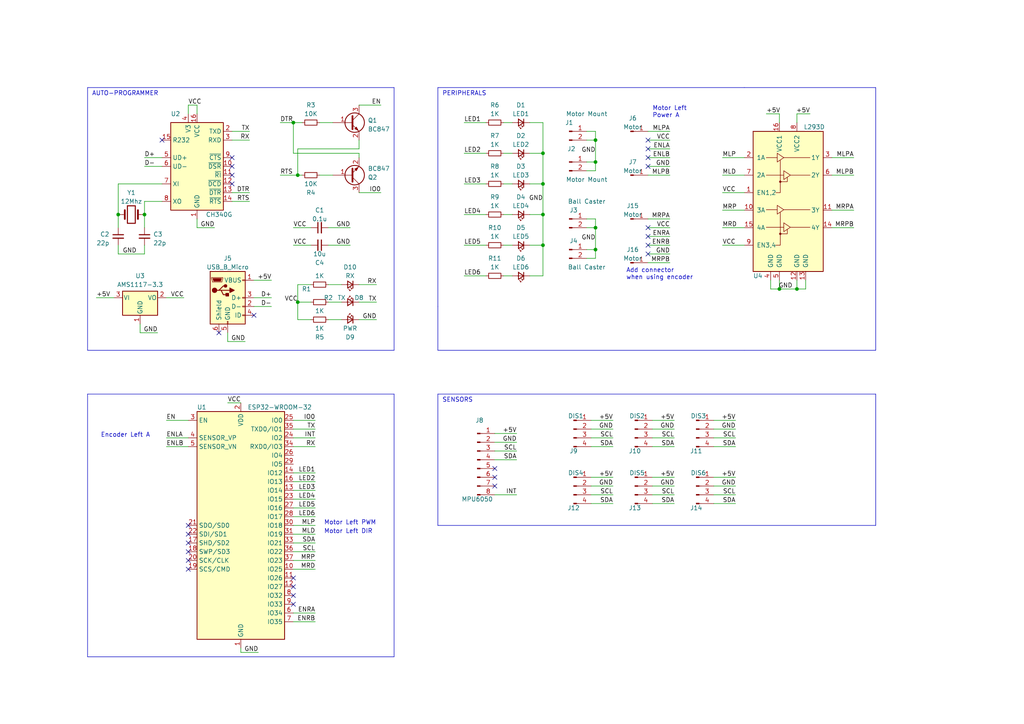
<source format=kicad_sch>
(kicad_sch (version 20230121) (generator eeschema)
  (paper "A4")
  (lib_symbols
    (symbol "Connector:Conn_01x01_Male" (pin_names (offset 1.016) hide)
      (property "Reference" "J" (at 0 2.54 0))
      (property "Value" "Conn_01x01_Male" (at 0 -2.54 0))
      (symbol "Conn_01x01_Male_1_1"
        (polyline (pts (xy 1.27 0) (xy 0.8636 0)) (stroke (width 0.1524)))
        (rectangle (start 0.8636 0.127) (end 0 -0.127) (stroke (width 0.1524)) (fill (type outline)))
        (pin passive line (at 5.08 0 180) (length 3.81) (name "Pin_1") (number "1"))
      )
    )
    (symbol "Connector:Conn_01x02_Male" (pin_names (offset 1.016) hide)
      (property "Reference" "J" (at 0 2.54 0))
      (property "Value" "Conn_01x02_Male" (at 0 -5.08 0))
      (symbol "Conn_01x02_Male_1_1"
        (polyline (pts (xy 1.27 -2.54) (xy 0.8636 -2.54)) (stroke (width 0.1524)))
        (polyline (pts (xy 1.27 0) (xy 0.8636 0)) (stroke (width 0.1524)))
        (rectangle (start 0.8636 -2.413) (end 0 -2.667) (stroke (width 0.1524)) (fill (type outline)))
        (rectangle (start 0.8636 0.127) (end 0 -0.127) (stroke (width 0.1524)) (fill (type outline)))
        (pin passive line (at 5.08 0 180) (length 3.81) (name "Pin_1") (number "1"))
        (pin passive line (at 5.08 -2.54 180) (length 3.81) (name "Pin_2") (number "2"))
      )
    )
    (symbol "Connector:Conn_01x04_Male" (pin_names (offset 1.016) hide)
      (property "Reference" "J" (at 0 5.08 0))
      (property "Value" "Conn_01x04_Male" (at 0 -7.62 0))
      (symbol "Conn_01x04_Male_1_1"
        (polyline (pts (xy 1.27 -5.08) (xy 0.8636 -5.08)) (stroke (width 0.1524)))
        (polyline (pts (xy 1.27 -2.54) (xy 0.8636 -2.54)) (stroke (width 0.1524)))
        (polyline (pts (xy 1.27 0) (xy 0.8636 0)) (stroke (width 0.1524)))
        (polyline (pts (xy 1.27 2.54) (xy 0.8636 2.54)) (stroke (width 0.1524)))
        (rectangle (start 0.8636 -4.953) (end 0 -5.207) (stroke (width 0.1524)) (fill (type outline)))
        (rectangle (start 0.8636 -2.413) (end 0 -2.667) (stroke (width 0.1524)) (fill (type outline)))
        (rectangle (start 0.8636 0.127) (end 0 -0.127) (stroke (width 0.1524)) (fill (type outline)))
        (rectangle (start 0.8636 2.667) (end 0 2.413) (stroke (width 0.1524)) (fill (type outline)))
        (pin passive line (at 5.08 2.54 180) (length 3.81) (name "Pin_1") (number "1"))
        (pin passive line (at 5.08 0 180) (length 3.81) (name "Pin_2") (number "2"))
        (pin passive line (at 5.08 -2.54 180) (length 3.81) (name "Pin_3") (number "3"))
        (pin passive line (at 5.08 -5.08 180) (length 3.81) (name "Pin_4") (number "4"))
      )
    )
    (symbol "Connector:Conn_01x08_Male" (pin_names (offset 1.016) hide)
      (property "Reference" "J" (at 0 10.16 0))
      (property "Value" "Conn_01x08_Male" (at 0 -12.7 0))
      (symbol "Conn_01x08_Male_1_1"
        (polyline (pts (xy 1.27 -10.16) (xy 0.8636 -10.16)) (stroke (width 0.1524)))
        (polyline (pts (xy 1.27 -7.62) (xy 0.8636 -7.62)) (stroke (width 0.1524)))
        (polyline (pts (xy 1.27 -5.08) (xy 0.8636 -5.08)) (stroke (width 0.1524)))
        (polyline (pts (xy 1.27 -2.54) (xy 0.8636 -2.54)) (stroke (width 0.1524)))
        (polyline (pts (xy 1.27 0) (xy 0.8636 0)) (stroke (width 0.1524)))
        (polyline (pts (xy 1.27 2.54) (xy 0.8636 2.54)) (stroke (width 0.1524)))
        (polyline (pts (xy 1.27 5.08) (xy 0.8636 5.08)) (stroke (width 0.1524)))
        (polyline (pts (xy 1.27 7.62) (xy 0.8636 7.62)) (stroke (width 0.1524)))
        (rectangle (start 0.8636 -10.033) (end 0 -10.287) (stroke (width 0.1524)) (fill (type outline)))
        (rectangle (start 0.8636 -7.493) (end 0 -7.747) (stroke (width 0.1524)) (fill (type outline)))
        (rectangle (start 0.8636 -4.953) (end 0 -5.207) (stroke (width 0.1524)) (fill (type outline)))
        (rectangle (start 0.8636 -2.413) (end 0 -2.667) (stroke (width 0.1524)) (fill (type outline)))
        (rectangle (start 0.8636 0.127) (end 0 -0.127) (stroke (width 0.1524)) (fill (type outline)))
        (rectangle (start 0.8636 2.667) (end 0 2.413) (stroke (width 0.1524)) (fill (type outline)))
        (rectangle (start 0.8636 5.207) (end 0 4.953) (stroke (width 0.1524)) (fill (type outline)))
        (rectangle (start 0.8636 7.747) (end 0 7.493) (stroke (width 0.1524)) (fill (type outline)))
        (pin passive line (at 5.08 7.62 180) (length 3.81) (name "Pin_1") (number "1"))
        (pin passive line (at 5.08 5.08 180) (length 3.81) (name "Pin_2") (number "2"))
        (pin passive line (at 5.08 2.54 180) (length 3.81) (name "Pin_3") (number "3"))
        (pin passive line (at 5.08 0 180) (length 3.81) (name "Pin_4") (number "4"))
        (pin passive line (at 5.08 -2.54 180) (length 3.81) (name "Pin_5") (number "5"))
        (pin passive line (at 5.08 -5.08 180) (length 3.81) (name "Pin_6") (number "6"))
        (pin passive line (at 5.08 -7.62 180) (length 3.81) (name "Pin_7") (number "7"))
        (pin passive line (at 5.08 -10.16 180) (length 3.81) (name "Pin_8") (number "8"))
      )
    )
    (symbol "Connector:USB_B_Micro" (pin_names (offset 1.016))
      (property "Reference" "J" (at -5.08 11.43 0))
      (property "Value" "USB_B_Micro" (at -5.08 8.89 0))
      (symbol "USB_B_Micro_0_1"
        (rectangle (start -5.08 -7.62) (end 5.08 7.62) (stroke (width 0.254)) (fill (type background)))
        (circle (center -3.81 2.159) (radius 0.635) (stroke (width 0.254)) (fill (type outline)))
        (circle (center -0.635 3.429) (radius 0.381) (stroke (width 0.254)) (fill (type outline)))
        (rectangle (start -0.127 -7.62) (end 0.127 -6.858))
        (polyline (pts (xy -1.905 2.159) (xy 0.635 2.159)) (stroke (width 0.254)))
        (polyline (pts (xy -3.175 2.159) (xy -2.54 2.159) (xy -1.27 3.429) (xy -0.635 3.429)) (stroke (width 0.254)))
        (polyline (pts (xy -2.54 2.159) (xy -1.905 2.159) (xy -1.27 0.889) (xy 0 0.889)) (stroke (width 0.254)))
        (polyline (pts (xy 0.635 2.794) (xy 0.635 1.524) (xy 1.905 2.159) (xy 0.635 2.794)) (stroke (width 0.254)) (fill (type outline)))
        (polyline (pts (xy -4.318 5.588) (xy -1.778 5.588) (xy -2.032 4.826) (xy -4.064 4.826) (xy -4.318 5.588)) (fill (type outline)))
        (polyline (pts (xy -4.699 5.842) (xy -4.699 5.588) (xy -4.445 4.826) (xy -4.445 4.572) (xy -1.651 4.572) (xy -1.651 4.826) (xy -1.397 5.588) (xy -1.397 5.842) (xy -4.699 5.842)))
        (rectangle (start 0.254 1.27) (end -0.508 0.508) (stroke (width 0.254)) (fill (type outline)))
        (rectangle (start 5.08 -5.207) (end 4.318 -4.953))
        (rectangle (start 5.08 -2.667) (end 4.318 -2.413))
        (rectangle (start 5.08 -0.127) (end 4.318 0.127))
        (rectangle (start 5.08 4.953) (end 4.318 5.207))
      )
      (symbol "USB_B_Micro_1_1"
        (pin power_out line (at 7.62 5.08 180) (length 2.54) (name "VBUS") (number "1"))
        (pin bidirectional line (at 7.62 -2.54 180) (length 2.54) (name "D-") (number "2"))
        (pin bidirectional line (at 7.62 0 180) (length 2.54) (name "D+") (number "3"))
        (pin passive line (at 7.62 -5.08 180) (length 2.54) (name "ID") (number "4"))
        (pin power_out line (at 0 -10.16 90) (length 2.54) (name "GND") (number "5"))
        (pin passive line (at -2.54 -10.16 90) (length 2.54) (name "Shield") (number "6"))
      )
    )
    (symbol "Device:C_Small" (pin_numbers hide) (pin_names (offset 0.254) hide)
      (property "Reference" "C" (at 0.254 1.778 0))
      (property "Value" "C_Small" (at 0.254 -2.032 0))
      (symbol "C_Small_0_1"
        (polyline (pts (xy -1.524 -0.508) (xy 1.524 -0.508)) (stroke (width 0.3302)))
        (polyline (pts (xy -1.524 0.508) (xy 1.524 0.508)) (stroke (width 0.3048)))
      )
      (symbol "C_Small_1_1"
        (pin passive line (at 0 2.54 270) (length 2.032) (name "~") (number "1"))
        (pin passive line (at 0 -2.54 90) (length 2.032) (name "~") (number "2"))
      )
    )
    (symbol "Device:Crystal" (pin_numbers hide) (pin_names (offset 1.016) hide)
      (property "Reference" "Y" (at 0 3.81 0))
      (property "Value" "Crystal" (at 0 -3.81 0))
      (symbol "Crystal_0_1"
        (rectangle (start -1.143 2.54) (end 1.143 -2.54) (stroke (width 0.3048)))
        (polyline (pts (xy -2.54 0) (xy -1.905 0)))
        (polyline (pts (xy -1.905 -1.27) (xy -1.905 1.27)) (stroke (width 0.508)))
        (polyline (pts (xy 1.905 -1.27) (xy 1.905 1.27)) (stroke (width 0.508)))
        (polyline (pts (xy 2.54 0) (xy 1.905 0)))
      )
      (symbol "Crystal_1_1"
        (pin passive line (at -3.81 0 0) (length 1.27) (name "1") (number "1"))
        (pin passive line (at 3.81 0 180) (length 1.27) (name "2") (number "2"))
      )
    )
    (symbol "Device:LED_Small" (pin_numbers hide) (pin_names (offset 0.254) hide)
      (property "Reference" "D" (at -1.27 3.175 0))
      (property "Value" "LED_Small" (at -4.445 -2.54 0))
      (symbol "LED_Small_0_1"
        (polyline (pts (xy -0.762 -1.016) (xy -0.762 1.016)) (stroke (width 0.254)))
        (polyline (pts (xy 1.016 0) (xy -0.762 0)))
        (polyline (pts (xy 0.762 -1.016) (xy -0.762 0) (xy 0.762 1.016) (xy 0.762 -1.016)) (stroke (width 0.254)))
        (polyline (pts (xy 0 0.762) (xy -0.508 1.27) (xy -0.254 1.27) (xy -0.508 1.27) (xy -0.508 1.016)))
        (polyline (pts (xy 0.508 1.27) (xy 0 1.778) (xy 0.254 1.778) (xy 0 1.778) (xy 0 1.524)))
      )
      (symbol "LED_Small_1_1"
        (pin passive line (at -2.54 0 0) (length 1.778) (name "K") (number "1"))
        (pin passive line (at 2.54 0 180) (length 1.778) (name "A") (number "2"))
      )
    )
    (symbol "Device:R_Small" (pin_numbers hide) (pin_names (offset 0.254) hide)
      (property "Reference" "R" (at 0.762 0.508 0))
      (property "Value" "R_Small" (at 0.762 -1.016 0))
      (symbol "R_Small_0_1"
        (rectangle (start -0.762 1.778) (end 0.762 -1.778) (stroke (width 0.2032)))
      )
      (symbol "R_Small_1_1"
        (pin passive line (at 0 2.54 270) (length 0.762) (name "~") (number "1"))
        (pin passive line (at 0 -2.54 90) (length 0.762) (name "~") (number "2"))
      )
    )
    (symbol "Driver_Motor:L293D" (pin_names (offset 1.016))
      (property "Reference" "U" (at -5.08 26.035 0))
      (property "Value" "L293D" (at -5.08 24.13 0))
      (symbol "L293D_0_1"
        (rectangle (start -10.16 22.86) (end 10.16 -17.78) (stroke (width 0.254)) (fill (type background)))
        (circle (center -2.286 -6.858) (radius 0.254) (fill (type outline)))
        (circle (center -2.286 8.255) (radius 0.254) (fill (type outline)))
        (polyline (pts (xy -6.35 -4.953) (xy -1.27 -4.953)))
        (polyline (pts (xy -6.35 0.127) (xy -3.175 0.127)))
        (polyline (pts (xy -6.35 10.16) (xy -1.27 10.16)))
        (polyline (pts (xy -6.35 15.24) (xy -3.175 15.24)))
        (polyline (pts (xy -1.27 0.127) (xy 6.35 0.127)))
        (polyline (pts (xy -1.27 15.24) (xy 6.35 15.24)))
        (polyline (pts (xy 0.635 -4.953) (xy 6.35 -4.953)))
        (polyline (pts (xy 0.635 10.16) (xy 6.35 10.16)))
        (polyline (pts (xy -2.286 -6.858) (xy -0.254 -6.858) (xy -0.254 -5.588)))
        (polyline (pts (xy -2.286 -0.635) (xy -2.286 -10.16) (xy -3.556 -10.16)))
        (polyline (pts (xy -2.286 8.255) (xy -0.254 8.255) (xy -0.254 9.525)))
        (polyline (pts (xy -2.286 14.478) (xy -2.286 5.08) (xy -3.556 5.08)))
        (polyline (pts (xy -3.175 1.397) (xy -3.175 -1.143) (xy -1.27 0.127) (xy -3.175 1.397)))
        (polyline (pts (xy -3.175 16.51) (xy -3.175 13.97) (xy -1.27 15.24) (xy -3.175 16.51)))
        (polyline (pts (xy -1.27 -3.683) (xy -1.27 -6.223) (xy 0.635 -4.953) (xy -1.27 -3.683)))
        (polyline (pts (xy -1.27 11.43) (xy -1.27 8.89) (xy 0.635 10.16) (xy -1.27 11.43)))
      )
      (symbol "L293D_1_1"
        (pin input line (at -12.7 5.08 0) (length 2.54) (name "EN1,2") (number "1"))
        (pin input line (at -12.7 0 0) (length 2.54) (name "3A") (number "10"))
        (pin output line (at 12.7 0 180) (length 2.54) (name "3Y") (number "11"))
        (pin power_in line (at 2.54 -20.32 90) (length 2.54) (name "GND") (number "12"))
        (pin power_in line (at 5.08 -20.32 90) (length 2.54) (name "GND") (number "13"))
        (pin output line (at 12.7 -5.08 180) (length 2.54) (name "4Y") (number "14"))
        (pin input line (at -12.7 -5.08 0) (length 2.54) (name "4A") (number "15"))
        (pin power_in line (at -2.54 25.4 270) (length 2.54) (name "VCC1") (number "16"))
        (pin input line (at -12.7 15.24 0) (length 2.54) (name "1A") (number "2"))
        (pin output line (at 12.7 15.24 180) (length 2.54) (name "1Y") (number "3"))
        (pin power_in line (at -5.08 -20.32 90) (length 2.54) (name "GND") (number "4"))
        (pin power_in line (at -2.54 -20.32 90) (length 2.54) (name "GND") (number "5"))
        (pin output line (at 12.7 10.16 180) (length 2.54) (name "2Y") (number "6"))
        (pin input line (at -12.7 10.16 0) (length 2.54) (name "2A") (number "7"))
        (pin power_in line (at 2.54 25.4 270) (length 2.54) (name "VCC2") (number "8"))
        (pin input line (at -12.7 -10.16 0) (length 2.54) (name "EN3,4") (number "9"))
      )
    )
    (symbol "Interface_USB:CH340G"
      (property "Reference" "U" (at -5.08 13.97 0))
      (property "Value" "CH340G" (at 1.27 13.97 0))
      (symbol "CH340G_0_1"
        (rectangle (start -7.62 12.7) (end 7.62 -12.7) (stroke (width 0.254)) (fill (type background)))
      )
      (symbol "CH340G_1_1"
        (pin power_in line (at 0 -15.24 90) (length 2.54) (name "GND") (number "1"))
        (pin input line (at 10.16 0 180) (length 2.54) (name "~{DSR}") (number "10"))
        (pin input line (at 10.16 -2.54 180) (length 2.54) (name "~{RI}") (number "11"))
        (pin input line (at 10.16 -5.08 180) (length 2.54) (name "~{DCD}") (number "12"))
        (pin output line (at 10.16 -7.62 180) (length 2.54) (name "~{DTR}") (number "13"))
        (pin output line (at 10.16 -10.16 180) (length 2.54) (name "~{RTS}") (number "14"))
        (pin input line (at -10.16 7.62 0) (length 2.54) (name "R232") (number "15"))
        (pin power_in line (at 0 15.24 270) (length 2.54) (name "VCC") (number "16"))
        (pin output line (at 10.16 10.16 180) (length 2.54) (name "TXD") (number "2"))
        (pin input line (at 10.16 7.62 180) (length 2.54) (name "RXD") (number "3"))
        (pin passive line (at -2.54 15.24 270) (length 2.54) (name "V3") (number "4"))
        (pin bidirectional line (at -10.16 2.54 0) (length 2.54) (name "UD+") (number "5"))
        (pin bidirectional line (at -10.16 0 0) (length 2.54) (name "UD-") (number "6"))
        (pin input line (at -10.16 -5.08 0) (length 2.54) (name "XI") (number "7"))
        (pin output line (at -10.16 -10.16 0) (length 2.54) (name "XO") (number "8"))
        (pin input line (at 10.16 2.54 180) (length 2.54) (name "~{CTS}") (number "9"))
      )
    )
    (symbol "RF_Module:ESP32-WROOM-32"
      (property "Reference" "U" (at -12.7 34.29 0))
      (property "Value" "ESP32-WROOM-32" (at 1.27 34.29 0))
      (symbol "ESP32-WROOM-32_0_1"
        (rectangle (start -12.7 33.02) (end 12.7 -33.02) (stroke (width 0.254)) (fill (type background)))
      )
      (symbol "ESP32-WROOM-32_1_1"
        (pin power_in line (at 0 -35.56 90) (length 2.54) (name "GND") (number "1"))
        (pin bidirectional line (at 15.24 -12.7 180) (length 2.54) (name "IO25") (number "10"))
        (pin bidirectional line (at 15.24 -15.24 180) (length 2.54) (name "IO26") (number "11"))
        (pin bidirectional line (at 15.24 -17.78 180) (length 2.54) (name "IO27") (number "12"))
        (pin bidirectional line (at 15.24 10.16 180) (length 2.54) (name "IO14") (number "13"))
        (pin bidirectional line (at 15.24 15.24 180) (length 2.54) (name "IO12") (number "14"))
        (pin passive line (at 0 -35.56 90) (length 2.54) hide (name "GND") (number "15"))
        (pin bidirectional line (at 15.24 12.7 180) (length 2.54) (name "IO13") (number "16"))
        (pin bidirectional line (at -15.24 -5.08 0) (length 2.54) (name "SHD/SD2") (number "17"))
        (pin bidirectional line (at -15.24 -7.62 0) (length 2.54) (name "SWP/SD3") (number "18"))
        (pin bidirectional line (at -15.24 -12.7 0) (length 2.54) (name "SCS/CMD") (number "19"))
        (pin power_in line (at 0 35.56 270) (length 2.54) (name "VDD") (number "2"))
        (pin bidirectional line (at -15.24 -10.16 0) (length 2.54) (name "SCK/CLK") (number "20"))
        (pin bidirectional line (at -15.24 0 0) (length 2.54) (name "SDO/SD0") (number "21"))
        (pin bidirectional line (at -15.24 -2.54 0) (length 2.54) (name "SDI/SD1") (number "22"))
        (pin bidirectional line (at 15.24 7.62 180) (length 2.54) (name "IO15") (number "23"))
        (pin bidirectional line (at 15.24 25.4 180) (length 2.54) (name "IO2") (number "24"))
        (pin bidirectional line (at 15.24 30.48 180) (length 2.54) (name "IO0") (number "25"))
        (pin bidirectional line (at 15.24 20.32 180) (length 2.54) (name "IO4") (number "26"))
        (pin bidirectional line (at 15.24 5.08 180) (length 2.54) (name "IO16") (number "27"))
        (pin bidirectional line (at 15.24 2.54 180) (length 2.54) (name "IO17") (number "28"))
        (pin bidirectional line (at 15.24 17.78 180) (length 2.54) (name "IO5") (number "29"))
        (pin input line (at -15.24 30.48 0) (length 2.54) (name "EN") (number "3"))
        (pin bidirectional line (at 15.24 0 180) (length 2.54) (name "IO18") (number "30"))
        (pin bidirectional line (at 15.24 -2.54 180) (length 2.54) (name "IO19") (number "31"))
        (pin no_connect line (at -12.7 -27.94 0) (length 2.54) hide (name "NC") (number "32"))
        (pin bidirectional line (at 15.24 -5.08 180) (length 2.54) (name "IO21") (number "33"))
        (pin bidirectional line (at 15.24 22.86 180) (length 2.54) (name "RXD0/IO3") (number "34"))
        (pin bidirectional line (at 15.24 27.94 180) (length 2.54) (name "TXD0/IO1") (number "35"))
        (pin bidirectional line (at 15.24 -7.62 180) (length 2.54) (name "IO22") (number "36"))
        (pin bidirectional line (at 15.24 -10.16 180) (length 2.54) (name "IO23") (number "37"))
        (pin passive line (at 0 -35.56 90) (length 2.54) hide (name "GND") (number "38"))
        (pin passive line (at 0 -35.56 90) (length 2.54) hide (name "GND") (number "39"))
        (pin input line (at -15.24 25.4 0) (length 2.54) (name "SENSOR_VP") (number "4"))
        (pin input line (at -15.24 22.86 0) (length 2.54) (name "SENSOR_VN") (number "5"))
        (pin input line (at 15.24 -25.4 180) (length 2.54) (name "IO34") (number "6"))
        (pin input line (at 15.24 -27.94 180) (length 2.54) (name "IO35") (number "7"))
        (pin bidirectional line (at 15.24 -20.32 180) (length 2.54) (name "IO32") (number "8"))
        (pin bidirectional line (at 15.24 -22.86 180) (length 2.54) (name "IO33") (number "9"))
      )
    )
    (symbol "Regulator_Linear:AMS1117-3.3" (pin_names (offset 0.254))
      (property "Reference" "U" (at -3.81 3.175 0))
      (property "Value" "AMS1117-3.3" (at 0 3.175 0))
      (symbol "AMS1117-3.3_0_1"
        (rectangle (start -5.08 -5.08) (end 5.08 1.905) (stroke (width 0.254)) (fill (type background)))
      )
      (symbol "AMS1117-3.3_1_1"
        (pin power_in line (at 0 -7.62 90) (length 2.54) (name "GND") (number "1"))
        (pin power_out line (at 7.62 0 180) (length 2.54) (name "VO") (number "2"))
        (pin power_in line (at -7.62 0 0) (length 2.54) (name "VI") (number "3"))
      )
    )
    (symbol "Transistor_BJT:BC847" (pin_names (offset 0) hide)
      (property "Reference" "Q" (at 5.08 1.905 0))
      (property "Value" "BC847" (at 5.08 0 0))
      (symbol "BC847_0_1"
        (polyline (pts (xy 0.635 0.635) (xy 2.54 2.54)))
        (polyline (pts (xy 0.635 -0.635) (xy 2.54 -2.54) (xy 2.54 -2.54)))
        (polyline (pts (xy 0.635 1.905) (xy 0.635 -1.905) (xy 0.635 -1.905)) (stroke (width 0.508)))
        (polyline (pts (xy 1.27 -1.778) (xy 1.778 -1.27) (xy 2.286 -2.286) (xy 1.27 -1.778) (xy 1.27 -1.778)) (fill (type outline)))
        (circle (center 1.27 0) (radius 2.8194) (stroke (width 0.254)))
      )
      (symbol "BC847_1_1"
        (pin input line (at -5.08 0 0) (length 5.715) (name "B") (number "1"))
        (pin passive line (at 2.54 -5.08 90) (length 2.54) (name "E") (number "2"))
        (pin passive line (at 2.54 5.08 270) (length 2.54) (name "C") (number "3"))
      )
    )
  )
  (junction (at 172.72 46.99))
  (junction (at 226.06 83.82))
  (junction (at 86.36 50.8))
  (junction (at 41.91 62.23))
  (junction (at 172.72 66.04))
  (junction (at 86.36 87.63))
  (junction (at 231.14 83.82))
  (junction (at 172.72 40.64))
  (junction (at 85.09 35.56))
  (junction (at 157.48 71.12))
  (junction (at 157.48 62.23))
  (junction (at 172.72 72.39))
  (junction (at 157.48 53.34))
  (junction (at 157.48 44.45))
  (junction (at 34.29 62.23))
  (no_connect (at 54.61 160.02))
  (no_connect (at 143.51 138.43))
  (no_connect (at 67.31 45.72))
  (no_connect (at 187.96 66.04))
  (no_connect (at 143.51 135.89))
  (no_connect (at 54.61 165.1))
  (no_connect (at 85.09 172.72))
  (no_connect (at 85.09 167.64))
  (no_connect (at 63.5 96.52))
  (no_connect (at 187.96 73.66))
  (no_connect (at 54.61 154.94))
  (no_connect (at 143.51 140.97))
  (no_connect (at 187.96 71.12))
  (no_connect (at 67.31 48.26))
  (no_connect (at 73.66 91.44))
  (no_connect (at 67.31 50.8))
  (no_connect (at 46.99 40.64))
  (no_connect (at 54.61 162.56))
  (no_connect (at 67.31 53.34))
  (no_connect (at 54.61 157.48))
  (no_connect (at 187.96 48.26))
  (no_connect (at 85.09 175.26))
  (no_connect (at 187.96 43.18))
  (no_connect (at 187.96 45.72))
  (no_connect (at 187.96 40.64))
  (no_connect (at 187.96 68.58))
  (no_connect (at 85.09 170.18))
  (no_connect (at 54.61 152.4))
  (wire (pts (xy 170.18 38.1) (xy 172.72 38.1)))
  (wire (pts (xy 207.01 146.05) (xy 213.36 146.05)))
  (wire (pts (xy 209.55 71.12) (xy 215.9 71.12)))
  (wire (pts (xy 48.26 121.92) (xy 54.61 121.92)))
  (wire (pts (xy 209.55 66.04) (xy 215.9 66.04)))
  (wire (pts (xy 66.04 99.06) (xy 66.04 96.52)))
  (wire (pts (xy 241.3 60.96) (xy 247.65 60.96)))
  (wire (pts (xy 41.91 62.23) (xy 41.91 58.42)))
  (wire (pts (xy 67.31 38.1) (xy 72.39 38.1)))
  (polyline (pts (xy 114.3 101.6) (xy 114.3 25.4)))
  (wire (pts (xy 170.18 72.39) (xy 172.72 72.39)))
  (polyline (pts (xy 25.4 114.3) (xy 114.3 114.3)))
  (wire (pts (xy 85.09 162.56) (xy 91.44 162.56)))
  (wire (pts (xy 187.96 45.72) (xy 194.31 45.72)))
  (wire (pts (xy 45.72 96.52) (xy 40.64 96.52)))
  (wire (pts (xy 85.09 129.54) (xy 91.44 129.54)))
  (wire (pts (xy 85.09 147.32) (xy 91.44 147.32)))
  (wire (pts (xy 171.45 129.54) (xy 177.8 129.54)))
  (wire (pts (xy 134.62 71.12) (xy 140.97 71.12)))
  (wire (pts (xy 134.62 44.45) (xy 140.97 44.45)))
  (wire (pts (xy 222.25 33.02) (xy 226.06 33.02)))
  (wire (pts (xy 86.36 50.8) (xy 87.63 50.8)))
  (wire (pts (xy 189.23 129.54) (xy 195.58 129.54)))
  (wire (pts (xy 41.91 48.26) (xy 46.99 48.26)))
  (wire (pts (xy 85.09 180.34) (xy 91.44 180.34)))
  (wire (pts (xy 223.52 81.28) (xy 223.52 83.82)))
  (wire (pts (xy 189.23 140.97) (xy 195.58 140.97)))
  (wire (pts (xy 85.09 157.48) (xy 91.44 157.48)))
  (wire (pts (xy 153.67 71.12) (xy 157.48 71.12)))
  (wire (pts (xy 187.96 43.18) (xy 194.31 43.18)))
  (wire (pts (xy 171.45 143.51) (xy 177.8 143.51)))
  (wire (pts (xy 170.18 63.5) (xy 172.72 63.5)))
  (wire (pts (xy 57.15 30.48) (xy 54.61 30.48)))
  (wire (pts (xy 146.05 62.23) (xy 148.59 62.23)))
  (wire (pts (xy 170.18 66.04) (xy 172.72 66.04)))
  (wire (pts (xy 172.72 63.5) (xy 172.72 66.04)))
  (wire (pts (xy 86.36 87.63) (xy 86.36 92.71)))
  (wire (pts (xy 57.15 66.04) (xy 57.15 63.5)))
  (wire (pts (xy 104.14 92.71) (xy 109.22 92.71)))
  (wire (pts (xy 187.96 50.8) (xy 194.31 50.8)))
  (wire (pts (xy 95.25 71.12) (xy 101.6 71.12)))
  (wire (pts (xy 81.28 50.8) (xy 86.36 50.8)))
  (polyline (pts (xy 215.9 25.4) (xy 254 25.4)))
  (wire (pts (xy 66.04 116.84) (xy 69.85 116.84)))
  (wire (pts (xy 143.51 133.35) (xy 149.86 133.35)))
  (wire (pts (xy 85.09 149.86) (xy 91.44 149.86)))
  (wire (pts (xy 172.72 74.93) (xy 170.18 74.93)))
  (wire (pts (xy 85.09 124.46) (xy 91.44 124.46)))
  (polyline (pts (xy 127 101.6) (xy 215.9 101.6)))
  (wire (pts (xy 226.06 81.28) (xy 226.06 83.82)))
  (wire (pts (xy 85.09 35.56) (xy 87.63 35.56)))
  (wire (pts (xy 172.72 49.53) (xy 170.18 49.53)))
  (polyline (pts (xy 254 88.9) (xy 254 101.6)))
  (wire (pts (xy 226.06 83.82) (xy 231.14 83.82)))
  (wire (pts (xy 34.29 73.66) (xy 41.91 73.66)))
  (wire (pts (xy 62.23 66.04) (xy 57.15 66.04)))
  (wire (pts (xy 146.05 35.56) (xy 148.59 35.56)))
  (wire (pts (xy 172.72 38.1) (xy 172.72 40.64)))
  (wire (pts (xy 187.96 73.66) (xy 194.31 73.66)))
  (wire (pts (xy 143.51 143.51) (xy 149.86 143.51)))
  (wire (pts (xy 104.14 44.45) (xy 104.14 45.72)))
  (wire (pts (xy 85.09 160.02) (xy 91.44 160.02)))
  (wire (pts (xy 157.48 53.34) (xy 157.48 62.23)))
  (polyline (pts (xy 127 25.4) (xy 215.9 25.4)))
  (wire (pts (xy 172.72 72.39) (xy 172.72 74.93)))
  (wire (pts (xy 85.09 121.92) (xy 91.44 121.92)))
  (wire (pts (xy 134.62 53.34) (xy 140.97 53.34)))
  (wire (pts (xy 207.01 140.97) (xy 213.36 140.97)))
  (wire (pts (xy 34.29 62.23) (xy 34.29 66.04)))
  (wire (pts (xy 74.93 189.23) (xy 69.85 189.23)))
  (wire (pts (xy 143.51 128.27) (xy 149.86 128.27)))
  (wire (pts (xy 57.15 33.02) (xy 57.15 30.48)))
  (wire (pts (xy 231.14 81.28) (xy 231.14 83.82)))
  (wire (pts (xy 209.55 55.88) (xy 215.9 55.88)))
  (wire (pts (xy 134.62 80.01) (xy 140.97 80.01)))
  (wire (pts (xy 153.67 44.45) (xy 157.48 44.45)))
  (wire (pts (xy 85.09 35.56) (xy 85.09 44.45)))
  (polyline (pts (xy 25.4 114.3) (xy 25.4 190.5)))
  (wire (pts (xy 241.3 66.04) (xy 247.65 66.04)))
  (wire (pts (xy 85.09 44.45) (xy 104.14 44.45)))
  (wire (pts (xy 86.36 82.55) (xy 86.36 87.63)))
  (polyline (pts (xy 127 25.4) (xy 127 88.9)))
  (wire (pts (xy 85.09 127) (xy 91.44 127)))
  (wire (pts (xy 171.45 140.97) (xy 177.8 140.97)))
  (wire (pts (xy 104.14 87.63) (xy 109.22 87.63)))
  (wire (pts (xy 143.51 125.73) (xy 149.86 125.73)))
  (wire (pts (xy 41.91 45.72) (xy 46.99 45.72)))
  (polyline (pts (xy 114.3 190.5) (xy 114.3 114.3)))
  (wire (pts (xy 209.55 60.96) (xy 215.9 60.96)))
  (wire (pts (xy 69.85 189.23) (xy 69.85 187.96)))
  (wire (pts (xy 48.26 127) (xy 54.61 127)))
  (wire (pts (xy 95.25 92.71) (xy 99.06 92.71)))
  (wire (pts (xy 41.91 58.42) (xy 46.99 58.42)))
  (wire (pts (xy 207.01 127) (xy 213.36 127)))
  (wire (pts (xy 187.96 40.64) (xy 194.31 40.64)))
  (wire (pts (xy 104.14 82.55) (xy 109.22 82.55)))
  (wire (pts (xy 172.72 40.64) (xy 172.72 46.99)))
  (wire (pts (xy 157.48 35.56) (xy 157.48 44.45)))
  (wire (pts (xy 241.3 50.8) (xy 247.65 50.8)))
  (polyline (pts (xy 127 152.4) (xy 254 152.4)))
  (wire (pts (xy 226.06 33.02) (xy 226.06 35.56)))
  (wire (pts (xy 189.23 138.43) (xy 195.58 138.43)))
  (wire (pts (xy 90.17 82.55) (xy 86.36 82.55)))
  (wire (pts (xy 223.52 83.82) (xy 226.06 83.82)))
  (wire (pts (xy 40.64 96.52) (xy 40.64 93.98)))
  (wire (pts (xy 187.96 38.1) (xy 194.31 38.1)))
  (wire (pts (xy 134.62 62.23) (xy 140.97 62.23)))
  (wire (pts (xy 153.67 53.34) (xy 157.48 53.34)))
  (polyline (pts (xy 127 88.9) (xy 127 101.6)))
  (wire (pts (xy 187.96 71.12) (xy 194.31 71.12)))
  (wire (pts (xy 209.55 50.8) (xy 215.9 50.8)))
  (wire (pts (xy 67.31 55.88) (xy 72.39 55.88)))
  (wire (pts (xy 189.23 146.05) (xy 195.58 146.05)))
  (wire (pts (xy 209.55 45.72) (xy 215.9 45.72)))
  (wire (pts (xy 207.01 124.46) (xy 213.36 124.46)))
  (wire (pts (xy 67.31 58.42) (xy 72.39 58.42)))
  (polyline (pts (xy 25.4 25.4) (xy 114.3 25.4)))
  (wire (pts (xy 153.67 35.56) (xy 157.48 35.56)))
  (wire (pts (xy 81.28 35.56) (xy 85.09 35.56)))
  (wire (pts (xy 104.14 30.48) (xy 110.49 30.48)))
  (polyline (pts (xy 254 101.6) (xy 215.9 101.6)))
  (wire (pts (xy 27.94 86.36) (xy 33.02 86.36)))
  (polyline (pts (xy 25.4 25.4) (xy 25.4 101.6)))
  (wire (pts (xy 85.09 66.04) (xy 90.17 66.04)))
  (wire (pts (xy 95.25 66.04) (xy 101.6 66.04)))
  (wire (pts (xy 207.01 143.51) (xy 213.36 143.51)))
  (wire (pts (xy 143.51 130.81) (xy 149.86 130.81)))
  (wire (pts (xy 187.96 66.04) (xy 194.31 66.04)))
  (wire (pts (xy 34.29 53.34) (xy 34.29 62.23)))
  (wire (pts (xy 231.14 33.02) (xy 231.14 35.56)))
  (wire (pts (xy 85.09 137.16) (xy 91.44 137.16)))
  (wire (pts (xy 95.25 82.55) (xy 99.06 82.55)))
  (wire (pts (xy 46.99 53.34) (xy 34.29 53.34)))
  (wire (pts (xy 153.67 62.23) (xy 157.48 62.23)))
  (wire (pts (xy 189.23 143.51) (xy 195.58 143.51)))
  (wire (pts (xy 146.05 44.45) (xy 148.59 44.45)))
  (wire (pts (xy 41.91 73.66) (xy 41.91 71.12)))
  (polyline (pts (xy 127 114.3) (xy 127 152.4)))
  (wire (pts (xy 85.09 71.12) (xy 90.17 71.12)))
  (wire (pts (xy 85.09 154.94) (xy 91.44 154.94)))
  (wire (pts (xy 231.14 83.82) (xy 233.68 83.82)))
  (wire (pts (xy 234.95 33.02) (xy 231.14 33.02)))
  (wire (pts (xy 146.05 53.34) (xy 148.59 53.34)))
  (wire (pts (xy 85.09 152.4) (xy 91.44 152.4)))
  (wire (pts (xy 90.17 92.71) (xy 86.36 92.71)))
  (wire (pts (xy 170.18 46.99) (xy 172.72 46.99)))
  (wire (pts (xy 92.71 35.56) (xy 96.52 35.56)))
  (wire (pts (xy 241.3 45.72) (xy 247.65 45.72)))
  (wire (pts (xy 104.14 40.64) (xy 104.14 43.18)))
  (wire (pts (xy 95.25 87.63) (xy 99.06 87.63)))
  (wire (pts (xy 171.45 124.46) (xy 177.8 124.46)))
  (wire (pts (xy 48.26 129.54) (xy 54.61 129.54)))
  (wire (pts (xy 41.91 62.23) (xy 41.91 66.04)))
  (wire (pts (xy 73.66 86.36) (xy 78.74 86.36)))
  (wire (pts (xy 104.14 43.18) (xy 86.36 43.18)))
  (wire (pts (xy 34.29 71.12) (xy 34.29 73.66)))
  (wire (pts (xy 85.09 177.8) (xy 91.44 177.8)))
  (wire (pts (xy 189.23 121.92) (xy 195.58 121.92)))
  (wire (pts (xy 146.05 71.12) (xy 148.59 71.12)))
  (wire (pts (xy 85.09 139.7) (xy 91.44 139.7)))
  (wire (pts (xy 71.12 99.06) (xy 66.04 99.06)))
  (wire (pts (xy 187.96 63.5) (xy 194.31 63.5)))
  (wire (pts (xy 171.45 138.43) (xy 177.8 138.43)))
  (wire (pts (xy 86.36 43.18) (xy 86.36 50.8)))
  (wire (pts (xy 85.09 165.1) (xy 91.44 165.1)))
  (wire (pts (xy 207.01 129.54) (xy 213.36 129.54)))
  (wire (pts (xy 189.23 124.46) (xy 195.58 124.46)))
  (wire (pts (xy 48.26 86.36) (xy 53.34 86.36)))
  (wire (pts (xy 157.48 62.23) (xy 157.48 71.12)))
  (wire (pts (xy 85.09 144.78) (xy 91.44 144.78)))
  (wire (pts (xy 187.96 68.58) (xy 194.31 68.58)))
  (wire (pts (xy 157.48 80.01) (xy 153.67 80.01)))
  (wire (pts (xy 146.05 80.01) (xy 148.59 80.01)))
  (polyline (pts (xy 25.4 190.5) (xy 114.3 190.5)))
  (wire (pts (xy 85.09 142.24) (xy 91.44 142.24)))
  (wire (pts (xy 187.96 76.2) (xy 194.31 76.2)))
  (wire (pts (xy 171.45 146.05) (xy 177.8 146.05)))
  (wire (pts (xy 172.72 66.04) (xy 172.72 72.39)))
  (wire (pts (xy 73.66 88.9) (xy 78.74 88.9)))
  (wire (pts (xy 104.14 55.88) (xy 110.49 55.88)))
  (wire (pts (xy 86.36 87.63) (xy 90.17 87.63)))
  (wire (pts (xy 157.48 44.45) (xy 157.48 53.34)))
  (wire (pts (xy 187.96 48.26) (xy 194.31 48.26)))
  (polyline (pts (xy 127 114.3) (xy 254 114.3)))
  (polyline (pts (xy 254 152.4) (xy 254 114.3)))
  (polyline (pts (xy 25.4 101.6) (xy 114.3 101.6)))
  (wire (pts (xy 170.18 40.64) (xy 172.72 40.64)))
  (wire (pts (xy 73.66 81.28) (xy 78.74 81.28)))
  (wire (pts (xy 207.01 121.92) (xy 213.36 121.92)))
  (wire (pts (xy 134.62 35.56) (xy 140.97 35.56)))
  (wire (pts (xy 171.45 121.92) (xy 177.8 121.92)))
  (wire (pts (xy 54.61 30.48) (xy 54.61 33.02)))
  (polyline (pts (xy 254 25.4) (xy 254 88.9)))
  (wire (pts (xy 172.72 46.99) (xy 172.72 49.53)))
  (wire (pts (xy 233.68 83.82) (xy 233.68 81.28)))
  (wire (pts (xy 189.23 127) (xy 195.58 127)))
  (wire (pts (xy 171.45 127) (xy 177.8 127)))
  (wire (pts (xy 207.01 138.43) (xy 213.36 138.43)))
  (wire (pts (xy 92.71 50.8) (xy 96.52 50.8)))
  (wire (pts (xy 67.31 40.64) (xy 72.39 40.64)))
  (wire (pts (xy 157.48 71.12) (xy 157.48 80.01)))
  (text "PERIPHERALS" (at 128.27 27.94 0) (effects (font (size 1.27 1.27)) (justify left bottom)))
  (text "Add connector \nwhen using encoder" (at 181.61 81.28 0) (effects (font (size 1.27 1.27)) (justify left bottom)))
  (text "Motor Left\nPower A" (at 189.23 34.29 0) (effects (font (size 1.27 1.27)) (justify left bottom)))
  (text "Encoder Left A" (at 29.21 127 0) (effects (font (size 1.27 1.27)) (justify left bottom)))
  (text "Motor Left PWM" (at 93.98 152.4 0) (effects (font (size 1.27 1.27)) (justify left bottom)))
  (text "SENSORS" (at 128.27 116.84 0) (effects (font (size 1.27 1.27)) (justify left bottom)))
  (text "Motor Left DIR" (at 93.98 154.94 0) (effects (font (size 1.27 1.27)) (justify left bottom)))
  (text "AUTO-PROGRAMMER" (at 26.67 27.94 0) (effects (font (size 1.27 1.27)) (justify left bottom)))
  (label "GND" (at 195.58 124.46 180))
  (label "GND" (at 177.8 140.97 180))
  (label "MLP" (at 91.44 152.4 180))
  (label "ENRA" (at 194.31 68.58 180))
  (label "GND" (at 109.22 92.71 180))
  (label "GND" (at 157.48 58.42 180))
  (label "GND" (at 149.86 128.27 180))
  (label "+5V" (at 27.94 86.36 0))
  (label "LED3" (at 91.44 142.24 180))
  (label "GND" (at 213.36 140.97 180))
  (label "D-" (at 41.91 48.26 0))
  (label "VCC" (at 86.36 87.63 180))
  (label "RTS" (at 72.39 58.42 180))
  (label "GND" (at 71.12 99.06 180))
  (label "GND" (at 195.58 140.97 180))
  (label "+5V" (at 213.36 121.92 180))
  (label "TX" (at 91.44 124.46 180))
  (label "GND" (at 172.72 44.45 180))
  (label "RX" (at 109.22 82.55 180))
  (label "ENRB" (at 194.31 71.12 180))
  (label "EN" (at 48.26 121.92 0))
  (label "GND" (at 35.56 73.66 0))
  (label "GND" (at 194.31 73.66 180))
  (label "MLPA" (at 247.65 45.72 180))
  (label "MLPB" (at 194.31 50.8 180))
  (label "SCL" (at 177.8 127 180))
  (label "TX" (at 109.22 87.63 180))
  (label "LED3" (at 134.62 53.34 0))
  (label "MRP" (at 91.44 162.56 180))
  (label "VCC" (at 54.61 30.48 0))
  (label "DTR" (at 72.39 55.88 180))
  (label "IO0" (at 91.44 121.92 180))
  (label "LED6" (at 91.44 149.86 180))
  (label "TX" (at 72.39 38.1 180))
  (label "LED6" (at 134.62 80.01 0))
  (label "VCC" (at 85.09 66.04 0))
  (label "VCC" (at 66.04 116.84 0))
  (label "GND" (at 101.6 71.12 180))
  (label "VCC" (at 194.31 66.04 180))
  (label "MRPA" (at 247.65 60.96 180))
  (label "SDA" (at 91.44 157.48 180))
  (label "+5V" (at 195.58 138.43 180))
  (label "+5V" (at 149.86 125.73 180))
  (label "VCC" (at 209.55 55.88 0))
  (label "DTR" (at 81.28 35.56 0))
  (label "GND" (at 213.36 124.46 180))
  (label "SDA" (at 213.36 129.54 180))
  (label "IO0" (at 110.49 55.88 180))
  (label "RX" (at 91.44 129.54 180))
  (label "RX" (at 72.39 40.64 180))
  (label "MRPB" (at 194.31 76.2 180))
  (label "MRPA" (at 194.31 63.5 180))
  (label "+5V" (at 195.58 121.92 180))
  (label "+5V" (at 213.36 138.43 180))
  (label "MRD" (at 91.44 165.1 180))
  (label "MLPA" (at 194.31 38.1 180))
  (label "SCL" (at 213.36 127 180))
  (label "+5V" (at 222.25 33.02 0))
  (label "MRP" (at 209.55 60.96 0))
  (label "LED1" (at 134.62 35.56 0))
  (label "ENLB" (at 194.31 45.72 180))
  (label "SDA" (at 177.8 129.54 180))
  (label "+5V" (at 234.95 33.02 180))
  (label "+5V" (at 78.74 81.28 180))
  (label "INT" (at 149.86 143.51 180))
  (label "EN" (at 110.49 30.48 180))
  (label "ENLB" (at 48.26 129.54 0))
  (label "VCC" (at 53.34 86.36 180))
  (label "GND" (at 74.93 189.23 180))
  (label "SCL" (at 195.58 127 180))
  (label "ENRA" (at 91.44 177.8 180))
  (label "RTS" (at 81.28 50.8 0))
  (label "LED2" (at 134.62 44.45 0))
  (label "INT" (at 91.44 127 180))
  (label "LED2" (at 91.44 139.7 180))
  (label "SDA" (at 213.36 146.05 180))
  (label "ENRB" (at 91.44 180.34 180))
  (label "MLD" (at 91.44 154.94 180))
  (label "MRPB" (at 247.65 66.04 180))
  (label "MRD" (at 209.55 66.04 0))
  (label "ENLA" (at 48.26 127 0))
  (label "GND" (at 62.23 66.04 180))
  (label "VCC" (at 85.09 71.12 0))
  (label "LED4" (at 91.44 144.78 180))
  (label "ENLA" (at 194.31 43.18 180))
  (label "SCL" (at 213.36 143.51 180))
  (label "MLP" (at 209.55 45.72 0))
  (label "SDA" (at 177.8 146.05 180))
  (label "SCL" (at 177.8 143.51 180))
  (label "SDA" (at 195.58 146.05 180))
  (label "+5V" (at 177.8 138.43 180))
  (label "GND" (at 177.8 124.46 180))
  (label "GND" (at 45.72 96.52 180))
  (label "D-" (at 78.74 88.9 180))
  (label "SDA" (at 195.58 129.54 180))
  (label "LED5" (at 91.44 147.32 180))
  (label "GND" (at 229.87 83.82 180))
  (label "VCC" (at 194.31 40.64 180))
  (label "LED1" (at 91.44 137.16 180))
  (label "MLD" (at 209.55 50.8 0))
  (label "SDA" (at 149.86 133.35 180))
  (label "LED4" (at 134.62 62.23 0))
  (label "GND" (at 194.31 48.26 180))
  (label "D+" (at 78.74 86.36 180))
  (label "GND" (at 172.72 69.85 180))
  (label "+5V" (at 177.8 121.92 180))
  (label "SCL" (at 195.58 143.51 180))
  (label "LED5" (at 134.62 71.12 0))
  (label "SCL" (at 149.86 130.81 180))
  (label "VCC" (at 209.55 71.12 0))
  (label "MLPB" (at 247.65 50.8 180))
  (label "SCL" (at 91.44 160.02 180))
  (label "D+" (at 41.91 45.72 0))
  (label "GND" (at 101.6 66.04 180))
  (symbol (lib_id "Device:C_Small") (at 41.91 68.58 0) (unit 1)
    (property "Reference" "C3" (at 44.45 67.9513 0) (effects (justify left)))
    (property "Value" "22p" (at 44.45 70.4913 0) (effects (justify left)))
    (property "Footprint" "Capacitor_SMD:C_0805_2012Metric_Pad1.18x1.45mm_HandSolder" (effects hide))
  )
  (symbol (lib_id "Connector:Conn_01x02_Male") (at 165.1 46.99 0) (unit 1)
    (property "Reference" "J2" (at 165.735 43.18 0))
    (property "Value" "Motor Mount" (at 170.18 52.07 0))
    (property "Footprint" "Mini-AMR_Library:N20 Motor Sys" (effects hide))
  )
  (symbol (lib_id "Device:C_Small") (at 34.29 68.58 0) (mirror y) (unit 1)
    (property "Reference" "C2" (at 31.75 67.9513 0) (effects (justify left)))
    (property "Value" "22p" (at 31.75 70.4913 0) (effects (justify left)))
    (property "Footprint" "Capacitor_SMD:C_0805_2012Metric_Pad1.18x1.45mm_HandSolder" (effects hide))
  )
  (symbol (lib_id "Device:R_Small") (at 143.51 62.23 90) (unit 1)
    (property "Reference" "R9" (at 143.51 57.15 90))
    (property "Value" "1K" (at 143.51 59.69 90))
    (property "Footprint" "Resistor_SMD:R_0603_1608Metric_Pad0.98x0.95mm_HandSolder" (effects hide))
  )
  (symbol (lib_id "Connector:Conn_01x04_Male") (at 201.93 140.97 0) (unit 1)
    (property "Reference" "J14" (at 201.93 147.32 0))
    (property "Value" "DIS6" (at 202.565 137.16 0))
    (property "Footprint" "Mini-AMR_Library:VL53L0X" (effects hide))
  )
  (symbol (lib_id "Device:R_Small") (at 92.71 82.55 90) (unit 1)
    (property "Reference" "R1" (at 88.9 83.82 90))
    (property "Value" "1K" (at 92.71 80.01 90))
    (property "Footprint" "Resistor_SMD:R_0603_1608Metric_Pad0.98x0.95mm_HandSolder" (effects hide))
  )
  (symbol (lib_id "Device:C_Small") (at 92.71 66.04 90) (unit 1)
    (property "Reference" "C1" (at 92.7163 60.96 90))
    (property "Value" "0.1u" (at 92.7163 63.5 90))
    (property "Footprint" "Capacitor_SMD:C_1206_3216Metric_Pad1.33x1.80mm_HandSolder" (effects hide))
  )
  (symbol (lib_id "Connector:Conn_01x04_Male") (at 184.15 124.46 0) (unit 1)
    (property "Reference" "J10" (at 184.15 130.81 0))
    (property "Value" "DIS2" (at 184.785 120.65 0))
    (property "Footprint" "Mini-AMR_Library:VL53L0X" (effects hide))
  )
  (symbol (lib_id "Connector:USB_B_Micro") (at 66.04 86.36 0) (unit 1)
    (property "Reference" "J5" (at 66.04 74.93 0))
    (property "Value" "USB_B_Micro" (at 66.04 77.47 0))
    (property "Footprint" "Mini-AMR_Library:USB-micro breakout board" (effects hide))
  )
  (symbol (lib_id "Connector:Conn_01x02_Male") (at 165.1 38.1 0) (unit 1)
    (property "Reference" "J1" (at 165.1 35.56 0))
    (property "Value" "Motor Mount" (at 170.18 33.02 0))
    (property "Footprint" "Mini-AMR_Library:N20 Motor Sys" (effects hide))
  )
  (symbol (lib_id "Device:LED_Small") (at 151.13 62.23 180) (unit 1)
    (property "Reference" "D4" (at 151.0665 57.15 0))
    (property "Value" "LED4" (at 151.0665 59.69 0))
    (property "Footprint" "LED_SMD:LED_0805_2012Metric_Pad1.15x1.40mm_HandSolder" (effects hide))
  )
  (symbol (lib_id "Device:LED_Small") (at 101.6 92.71 0) (mirror y) (unit 1)
    (property "Reference" "D9" (at 101.5365 97.79 0))
    (property "Value" "PWR" (at 101.5365 95.25 0))
    (property "Footprint" "LED_SMD:LED_0805_2012Metric_Pad1.15x1.40mm_HandSolder" (effects hide))
  )
  (symbol (lib_id "Connector:Conn_01x08_Male") (at 138.43 133.35 0) (unit 1)
    (property "Reference" "J8" (at 139.065 121.92 0))
    (property "Value" "MPU6050" (at 138.43 144.78 0))
    (property "Footprint" "Mini-AMR_Library:MPU6050" (effects hide))
  )
  (symbol (lib_id "Device:Crystal") (at 38.1 62.23 0) (unit 1)
    (property "Reference" "Y1" (at 38.1 55.88 0))
    (property "Value" "12Mhz" (at 38.1 58.42 0))
    (property "Footprint" "Crystal:Crystal_SMD_HC49-SD" (effects hide))
  )
  (symbol (lib_id "Connector:Conn_01x01_Male") (at 182.88 63.5 0) (unit 1)
    (property "Reference" "J15" (at 183.515 59.69 0))
    (property "Value" "Motor" (at 183.515 62.23 0))
    (property "Footprint" "Connector_PinHeader_2.54mm:PinHeader_1x01_P2.54mm_Vertical" (effects hide))
  )
  (symbol (lib_id "Device:LED_Small") (at 151.13 44.45 180) (unit 1)
    (property "Reference" "D2" (at 151.0665 39.37 0))
    (property "Value" "LED2" (at 151.0665 41.91 0))
    (property "Footprint" "LED_SMD:LED_0805_2012Metric_Pad1.15x1.40mm_HandSolder" (effects hide))
  )
  (symbol (lib_id "Device:LED_Small") (at 151.13 71.12 180) (unit 1)
    (property "Reference" "D5" (at 151.0665 66.04 0))
    (property "Value" "LED5" (at 151.0665 68.58 0))
    (property "Footprint" "LED_SMD:LED_0805_2012Metric_Pad1.15x1.40mm_HandSolder" (effects hide))
  )
  (symbol (lib_id "Connector:Conn_01x01_Male") (at 182.88 38.1 0) (unit 1)
    (property "Reference" "J6" (at 183.515 34.29 0))
    (property "Value" "Motor" (at 183.515 36.83 0))
    (property "Footprint" "Connector_PinHeader_2.54mm:PinHeader_1x01_P2.54mm_Vertical" (effects hide))
  )
  (symbol (lib_id "Connector:Conn_01x02_Male") (at 165.1 72.39 0) (unit 1)
    (property "Reference" "J4" (at 166.37 69.85 0))
    (property "Value" "Ball Caster" (at 170.18 77.47 0))
    (property "Footprint" "Mini-AMR_Library:N20 Ball caster" (effects hide))
  )
  (symbol (lib_id "Device:LED_Small") (at 151.13 35.56 180) (unit 1)
    (property "Reference" "D1" (at 151.0665 30.48 0))
    (property "Value" "LED1" (at 151.0665 33.02 0))
    (property "Footprint" "LED_SMD:LED_0805_2012Metric_Pad1.15x1.40mm_HandSolder" (effects hide))
  )
  (symbol (lib_id "Device:R_Small") (at 90.17 35.56 90) (unit 1)
    (property "Reference" "R3" (at 90.17 30.48 90))
    (property "Value" "10K" (at 90.17 33.02 90))
    (property "Footprint" "Resistor_SMD:R_0805_2012Metric_Pad1.20x1.40mm_HandSolder" (effects hide))
  )
  (symbol (lib_id "Driver_Motor:L293D") (at 228.6 60.96 0) (unit 1)
    (property "Reference" "U4" (at 218.44 80.01 0) (effects (justify left)))
    (property "Value" "L293D" (at 233.0959 36.83 0) (effects (justify left)))
    (property "Footprint" "Package_DIP:SMDIP-16_W11.48mm" (effects hide))
    (property "Datasheet" "http://www.ti.com/lit/ds/symlink/l293.pdf" (effects hide))
  )
  (symbol (lib_id "Transistor_BJT:BC847") (at 101.6 50.8 0) (mirror x) (unit 1)
    (property "Reference" "Q2" (at 106.68 51.435 0) (effects (justify left)))
    (property "Value" "BC847" (at 106.68 48.895 0) (effects (justify left)))
    (property "Footprint" "Package_TO_SOT_SMD:SOT-23" (effects hide))
    (property "Datasheet" "http://www.infineon.com/dgdl/Infineon-BC847SERIES_BC848SERIES_BC849SERIES_BC850SERIES-DS-v01_01-en.pdf?fileId=db3a304314dca389011541d4630a1657" (effects hide))
  )
  (symbol (lib_id "Regulator_Linear:AMS1117-3.3") (at 40.64 86.36 0) (unit 1)
    (property "Reference" "U3" (at 40.64 80.01 0))
    (property "Value" "AMS1117-3.3" (at 40.64 82.55 0))
    (property "Footprint" "Package_TO_SOT_SMD:SOT-223-3_TabPin2" (effects hide))
    (property "Datasheet" "http://www.advanced-monolithic.com/pdf/ds1117.pdf" (effects hide))
  )
  (symbol (lib_id "Device:LED_Small") (at 101.6 82.55 180) (unit 1)
    (property "Reference" "D10" (at 101.5365 77.47 0))
    (property "Value" "RX" (at 101.5365 80.01 0))
    (property "Footprint" "LED_SMD:LED_0805_2012Metric_Pad1.15x1.40mm_HandSolder" (effects hide))
  )
  (symbol (lib_id "Interface_USB:CH340G") (at 57.15 48.26 0) (unit 1)
    (property "Reference" "U2" (at 49.53 33.02 0) (effects (justify left)))
    (property "Value" "CH340G" (at 59.69 62.23 0) (effects (justify left)))
    (property "Footprint" "Package_SO:SOIC-16_3.9x9.9mm_P1.27mm" (effects hide))
    (property "Datasheet" "http://www.datasheet5.com/pdf-local-2195953" (effects hide))
  )
  (symbol (lib_id "Device:R_Small") (at 90.17 50.8 90) (mirror x) (unit 1)
    (property "Reference" "R4" (at 90.17 55.88 90))
    (property "Value" "10K" (at 90.17 53.34 90))
    (property "Footprint" "Resistor_SMD:R_0805_2012Metric_Pad1.20x1.40mm_HandSolder" (effects hide))
  )
  (symbol (lib_id "Connector:Conn_01x01_Male") (at 182.88 76.2 0) (unit 1)
    (property "Reference" "J16" (at 183.515 72.39 0))
    (property "Value" "Motor" (at 183.515 74.93 0))
    (property "Footprint" "Connector_PinHeader_2.54mm:PinHeader_1x01_P2.54mm_Vertical" (effects hide))
  )
  (symbol (lib_id "Device:LED_Small") (at 151.13 53.34 180) (unit 1)
    (property "Reference" "D3" (at 151.0665 48.26 0))
    (property "Value" "LED3" (at 151.0665 50.8 0))
    (property "Footprint" "LED_SMD:LED_0805_2012Metric_Pad1.15x1.40mm_HandSolder" (effects hide))
  )
  (symbol (lib_id "Connector:Conn_01x04_Male") (at 184.15 140.97 0) (unit 1)
    (property "Reference" "J13" (at 184.15 147.32 0))
    (property "Value" "DIS5" (at 184.785 137.16 0))
    (property "Footprint" "Mini-AMR_Library:VL53L0X" (effects hide))
  )
  (symbol (lib_id "Device:C_Small") (at 92.71 71.12 270) (mirror x) (unit 1)
    (property "Reference" "C4" (at 92.7036 76.2 90))
    (property "Value" "10u" (at 92.7036 73.66 90))
    (property "Footprint" "Capacitor_SMD:C_0805_2012Metric_Pad1.18x1.45mm_HandSolder" (effects hide))
  )
  (symbol (lib_id "Device:LED_Small") (at 151.13 80.01 180) (unit 1)
    (property "Reference" "D6" (at 151.0665 74.93 0))
    (property "Value" "LED6" (at 151.0665 77.47 0))
    (property "Footprint" "LED_SMD:LED_0805_2012Metric_Pad1.15x1.40mm_HandSolder" (effects hide))
  )
  (symbol (lib_id "Device:R_Small") (at 143.51 71.12 90) (unit 1)
    (property "Reference" "R10" (at 143.51 66.04 90))
    (property "Value" "1K" (at 143.51 68.58 90))
    (property "Footprint" "Resistor_SMD:R_0603_1608Metric_Pad0.98x0.95mm_HandSolder" (effects hide))
  )
  (symbol (lib_id "Device:R_Small") (at 143.51 53.34 90) (unit 1)
    (property "Reference" "R8" (at 143.51 48.26 90))
    (property "Value" "1K" (at 143.51 50.8 90))
    (property "Footprint" "Resistor_SMD:R_0603_1608Metric_Pad0.98x0.95mm_HandSolder" (effects hide))
  )
  (symbol (lib_id "Device:R_Small") (at 143.51 80.01 90) (unit 1)
    (property "Reference" "R11" (at 143.51 74.93 90))
    (property "Value" "1K" (at 143.51 77.47 90))
    (property "Footprint" "Resistor_SMD:R_0603_1608Metric_Pad0.98x0.95mm_HandSolder" (effects hide))
  )
  (symbol (lib_id "Device:LED_Small") (at 101.6 87.63 0) (mirror y) (unit 1)
    (property "Reference" "D8" (at 104.14 86.36 0))
    (property "Value" "TX" (at 99.06 86.36 0))
    (property "Footprint" "LED_SMD:LED_0805_2012Metric_Pad1.15x1.40mm_HandSolder" (effects hide))
  )
  (symbol (lib_id "Connector:Conn_01x01_Male") (at 182.88 50.8 0) (unit 1)
    (property "Reference" "J7" (at 183.515 46.99 0))
    (property "Value" "Motor" (at 183.515 49.53 0))
    (property "Footprint" "Connector_PinHeader_2.54mm:PinHeader_1x01_P2.54mm_Vertical" (effects hide))
  )
  (symbol (lib_id "Connector:Conn_01x04_Male") (at 166.37 124.46 0) (unit 1)
    (property "Reference" "J9" (at 166.37 130.81 0))
    (property "Value" "DIS1" (at 167.005 120.65 0))
    (property "Footprint" "Mini-AMR_Library:VL53L0X" (effects hide))
  )
  (symbol (lib_id "Connector:Conn_01x02_Male") (at 165.1 63.5 0) (unit 1)
    (property "Reference" "J3" (at 166.37 60.96 0))
    (property "Value" "Ball Caster" (at 170.18 58.42 0))
    (property "Footprint" "Mini-AMR_Library:N20 Ball caster" (effects hide))
  )
  (symbol (lib_id "Device:R_Small") (at 143.51 35.56 90) (unit 1)
    (property "Reference" "R6" (at 143.51 30.48 90))
    (property "Value" "1K" (at 143.51 33.02 90))
    (property "Footprint" "Resistor_SMD:R_0603_1608Metric_Pad0.98x0.95mm_HandSolder" (effects hide))
  )
  (symbol (lib_id "RF_Module:ESP32-WROOM-32") (at 69.85 152.4 0) (unit 1)
    (property "Reference" "U1" (at 57.15 118.11 0) (effects (justify left)))
    (property "Value" "ESP32-WROOM-32" (at 71.8059 118.11 0) (effects (justify left)))
    (property "Footprint" "RF_Module:ESP32-WROOM-32" (effects hide))
    (property "Datasheet" "https://www.espressif.com/sites/default/files/documentation/esp32-wroom-32_datasheet_en.pdf" (effects hide))
  )
  (symbol (lib_id "Transistor_BJT:BC847") (at 101.6 35.56 0) (unit 1)
    (property "Reference" "Q1" (at 106.68 34.925 0) (effects (justify left)))
    (property "Value" "BC847" (at 106.68 37.465 0) (effects (justify left)))
    (property "Footprint" "Package_TO_SOT_SMD:SOT-23" (effects hide))
    (property "Datasheet" "http://www.infineon.com/dgdl/Infineon-BC847SERIES_BC848SERIES_BC849SERIES_BC850SERIES-DS-v01_01-en.pdf?fileId=db3a304314dca389011541d4630a1657" (effects hide))
  )
  (symbol (lib_id "Device:R_Small") (at 92.71 87.63 270) (unit 1)
    (property "Reference" "R2" (at 95.25 86.36 90))
    (property "Value" "1K" (at 92.71 90.17 90))
    (property "Footprint" "Resistor_SMD:R_0603_1608Metric_Pad0.98x0.95mm_HandSolder" (effects hide))
  )
  (symbol (lib_id "Connector:Conn_01x04_Male") (at 166.37 140.97 0) (unit 1)
    (property "Reference" "J12" (at 166.37 147.32 0))
    (property "Value" "DIS4" (at 167.005 137.16 0))
    (property "Footprint" "Mini-AMR_Library:VL53L0X" (effects hide))
  )
  (symbol (lib_id "Device:R_Small") (at 143.51 44.45 90) (unit 1)
    (property "Reference" "R7" (at 143.51 39.37 90))
    (property "Value" "1K" (at 143.51 41.91 90))
    (property "Footprint" "Resistor_SMD:R_0603_1608Metric_Pad0.98x0.95mm_HandSolder" (effects hide))
  )
  (symbol (lib_id "Connector:Conn_01x04_Male") (at 201.93 124.46 0) (unit 1)
    (property "Reference" "J11" (at 201.93 130.81 0))
    (property "Value" "DIS3" (at 202.565 120.65 0))
    (property "Footprint" "Mini-AMR_Library:VL53L0X" (effects hide))
  )
  (symbol (lib_id "Device:R_Small") (at 92.71 92.71 270) (unit 1)
    (property "Reference" "R5" (at 92.71 97.79 90))
    (property "Value" "1K" (at 92.71 95.25 90))
    (property "Footprint" "Resistor_SMD:R_0603_1608Metric_Pad0.98x0.95mm_HandSolder" (effects hide))
  )
)
</source>
